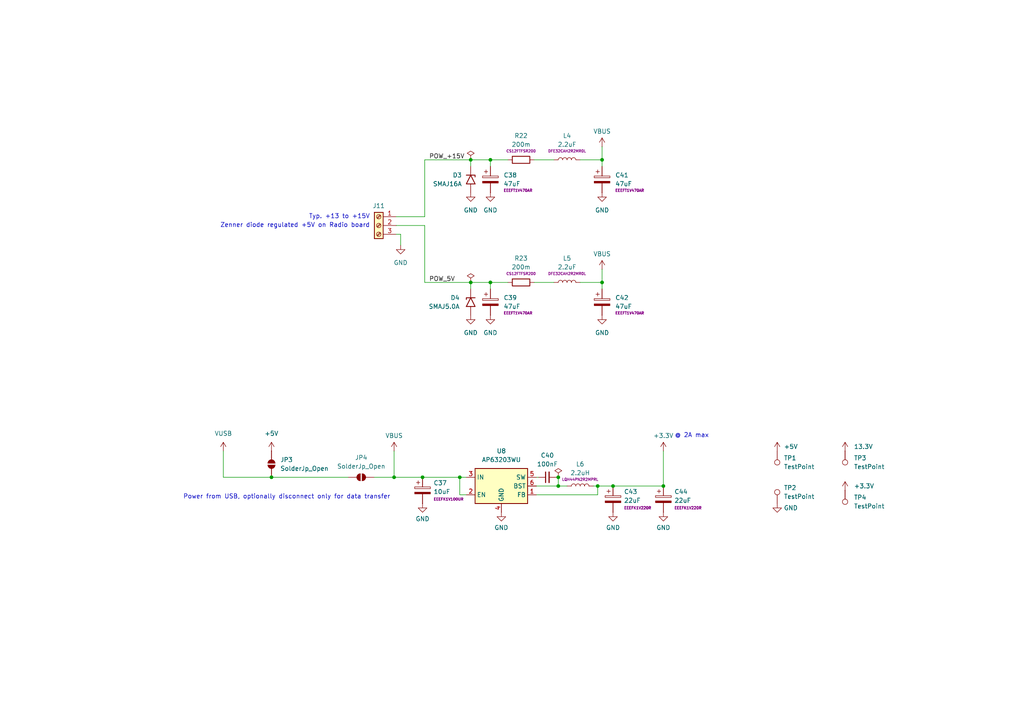
<source format=kicad_sch>
(kicad_sch (version 20250114) (generator "eeschema") (generator_version "9.0")
  (paper "A4")
  (title_block (title "Tesla sextant BT") (date "2025-11-30") (rev "2.1"))
  (lib_symbols
    (symbol "Connector:Screw_Terminal_01x03" (pin_names (offset 1.016) (hide yes))
      (property "Reference" "J" (at 0 5.08 0))
      (property "Value" "Screw_Terminal_01x03" (at 0 -5.08 0))
      (symbol "Screw_Terminal_01x03_1_1"
        (rectangle (start -1.27 3.81) (end 1.27 -3.81) (stroke (width 0.254)) (fill (type background)))
        (polyline (pts (xy -0.5334 2.8702) (xy 0.3302 2.032)) (stroke (width 0.1524)))
        (polyline (pts (xy -0.5334 0.3302) (xy 0.3302 -0.508)) (stroke (width 0.1524)))
        (polyline (pts (xy -0.5334 -2.2098) (xy 0.3302 -3.048)) (stroke (width 0.1524)))
        (polyline (pts (xy -0.3556 3.048) (xy 0.508 2.2098)) (stroke (width 0.1524)))
        (polyline (pts (xy -0.3556 0.508) (xy 0.508 -0.3302)) (stroke (width 0.1524)))
        (polyline (pts (xy -0.3556 -2.032) (xy 0.508 -2.8702)) (stroke (width 0.1524)))
        (circle (center 0 2.54) (radius 0.635) (stroke (width 0.1524)))
        (circle (center 0 0) (radius 0.635) (stroke (width 0.1524)))
        (circle (center 0 -2.54) (radius 0.635) (stroke (width 0.1524)))
        (pin passive line (at -5.08 2.54 0) (length 3.81) (name "Pin_1") (number "1"))
        (pin passive line (at -5.08 0 0) (length 3.81) (name "Pin_2") (number "2"))
        (pin passive line (at -5.08 -2.54 0) (length 3.81) (name "Pin_3") (number "3"))
      )
    )
    (symbol "Connector:TestPoint" (pin_numbers (hide yes)) (pin_names (offset 0.762) (hide yes))
      (property "Reference" "TP" (at 0 6.858 0))
      (property "Value" "TestPoint" (at 0 5.08 0))
      (symbol "TestPoint_0_1"
        (circle (center 0 3.302) (radius 0.762))
      )
      (symbol "TestPoint_1_1"
        (pin passive line (at 0 0 90) (length 2.54) (name "1") (number "1"))
      )
    )
    (symbol "Device:C_Polarized" (pin_numbers (hide yes)) (pin_names (offset 0.254))
      (property "Reference" "C" (at 0.635 2.54 0))
      (property "Value" "C_Polarized" (at 0.635 -2.54 0))
      (symbol "C_Polarized_0_1"
        (rectangle (start -2.286 0.508) (end 2.286 1.016))
        (polyline (pts (xy -1.778 2.286) (xy -0.762 2.286)))
        (polyline (pts (xy -1.27 2.794) (xy -1.27 1.778)))
        (rectangle (start 2.286 -0.508) (end -2.286 -1.016) (fill (type outline)))
      )
      (symbol "C_Polarized_1_1"
        (pin passive line (at 0 3.81 270) (length 2.794) (name "~") (number "1"))
        (pin passive line (at 0 -3.81 90) (length 2.794) (name "~") (number "2"))
      )
    )
    (symbol "Device:C_Small" (pin_numbers (hide yes)) (pin_names (offset 0.254) (hide yes))
      (property "Reference" "C" (at 0.254 1.778 0))
      (property "Value" "C_Small" (at 0.254 -2.032 0))
      (symbol "C_Small_0_1"
        (polyline (pts (xy -1.524 0.508) (xy 1.524 0.508)) (stroke (width 0.3048)))
        (polyline (pts (xy -1.524 -0.508) (xy 1.524 -0.508)) (stroke (width 0.3302)))
      )
      (symbol "C_Small_1_1"
        (pin passive line (at 0 2.54 270) (length 2.032) (name "~") (number "1"))
        (pin passive line (at 0 -2.54 90) (length 2.032) (name "~") (number "2"))
      )
    )
    (symbol "Device:L" (pin_numbers (hide yes)) (pin_names (offset 1.016) (hide yes))
      (property "Reference" "L" (at -1.27 0 90))
      (property "Value" "L" (at 1.905 0 90))
      (symbol "L_0_1"
        (arc (start 0 2.54) (mid 0.6323 1.905) (end 0 1.27))
        (arc (start 0 1.27) (mid 0.6323 0.635) (end 0 0))
        (arc (start 0 0) (mid 0.6323 -0.635) (end 0 -1.27))
        (arc (start 0 -1.27) (mid 0.6323 -1.905) (end 0 -2.54))
      )
      (symbol "L_1_1"
        (pin passive line (at 0 3.81 270) (length 1.27) (name "1") (number "1"))
        (pin passive line (at 0 -3.81 90) (length 1.27) (name "2") (number "2"))
      )
    )
    (symbol "Device:R" (pin_numbers (hide yes)) (pin_names (offset 0))
      (property "Reference" "R" (at 2.032 0 90))
      (property "Value" "R" (at 0 0 90))
      (symbol "R_0_1"
        (rectangle (start -1.016 -2.54) (end 1.016 2.54) (stroke (width 0.254)))
      )
      (symbol "R_1_1"
        (pin passive line (at 0 3.81 270) (length 1.27) (name "~") (number "1"))
        (pin passive line (at 0 -3.81 90) (length 1.27) (name "~") (number "2"))
      )
    )
    (symbol "Diode:SMAJ16A" (pin_numbers (hide yes)) (pin_names (offset 1.016) (hide yes))
      (property "Reference" "D" (at 0 2.54 0))
      (property "Value" "SMAJ16A" (at 0 -2.54 0))
      (symbol "SMAJ16A_0_1"
        (polyline (pts (xy -0.762 1.27) (xy -1.27 1.27) (xy -1.27 -1.27)) (stroke (width 0.254)))
        (polyline (pts (xy 1.27 1.27) (xy 1.27 -1.27) (xy -1.27 0) (xy 1.27 1.27)) (stroke (width 0.254)))
      )
      (symbol "SMAJ16A_1_1"
        (pin passive line (at -3.81 0 0) (length 2.54) (name "A1") (number "1"))
        (pin passive line (at 3.81 0 180) (length 2.54) (name "A2") (number "2"))
      )
    )
    (symbol "Diode:SMAJ5.0A" (pin_numbers (hide yes)) (pin_names (offset 1.016) (hide yes))
      (property "Reference" "D" (at 0 2.54 0))
      (property "Value" "SMAJ5.0A" (at 0 -2.54 0))
      (symbol "SMAJ5.0A_0_1"
        (polyline (pts (xy -0.762 1.27) (xy -1.27 1.27) (xy -1.27 -1.27)) (stroke (width 0.254)))
        (polyline (pts (xy 1.27 1.27) (xy 1.27 -1.27) (xy -1.27 0) (xy 1.27 1.27)) (stroke (width 0.254)))
      )
      (symbol "SMAJ5.0A_1_1"
        (pin passive line (at -3.81 0 0) (length 2.54) (name "A1") (number "1"))
        (pin passive line (at 3.81 0 180) (length 2.54) (name "A2") (number "2"))
      )
    )
    (symbol "Jumper:SolderJumper_2_Open" (pin_numbers (hide yes)) (pin_names (offset 0) (hide yes)) (in_bom no)
      (property "Reference" "JP" (at 0 2.032 0))
      (property "Value" "SolderJumper_2_Open" (at 0 -2.54 0))
      (symbol "SolderJumper_2_Open_0_1"
        (polyline (pts (xy -0.254 1.016) (xy -0.254 -1.016)))
        (arc (start -0.254 -1.016) (mid -1.2656 0) (end -0.254 1.016))
        (arc (start -0.254 -1.016) (mid -1.2656 0) (end -0.254 1.016) (fill (type outline)))
        (arc (start 0.254 1.016) (mid 1.2656 0) (end 0.254 -1.016))
        (arc (start 0.254 1.016) (mid 1.2656 0) (end 0.254 -1.016) (fill (type outline)))
        (polyline (pts (xy 0.254 1.016) (xy 0.254 -1.016)))
      )
      (symbol "SolderJumper_2_Open_1_1"
        (pin passive line (at -3.81 0 0) (length 2.54) (name "A") (number "1"))
        (pin passive line (at 3.81 0 180) (length 2.54) (name "B") (number "2"))
      )
    )
    (symbol "Regulator_Switching:AP63203WU"
      (property "Reference" "U" (at -7.62 6.35 0))
      (property "Value" "AP63203WU" (at 2.54 6.35 0))
      (symbol "AP63203WU_0_1"
        (rectangle (start -7.62 5.08) (end 7.62 -5.08) (stroke (width 0.254)) (fill (type background)))
      )
      (symbol "AP63203WU_1_1"
        (pin power_in line (at -10.16 2.54 0) (length 2.54) (name "IN") (number "3"))
        (pin input line (at -10.16 -2.54 0) (length 2.54) (name "EN") (number "2"))
        (pin power_in line (at 0 -7.62 90) (length 2.54) (name "GND") (number "4"))
        (pin output line (at 10.16 2.54 180) (length 2.54) (name "SW") (number "5"))
        (pin passive line (at 10.16 0 180) (length 2.54) (name "BST") (number "6"))
        (pin input line (at 10.16 -2.54 180) (length 2.54) (name "FB") (number "1"))
      )
    )
    (symbol "power:+3.3V" (power) (pin_numbers (hide yes)) (pin_names (offset 0) (hide yes))
      (property "Value" "+3.3V" (at 0 3.556 0))
      (symbol "+3.3V_0_1"
        (polyline (pts (xy -0.762 1.27) (xy 0 2.54)))
        (polyline (pts (xy 0 2.54) (xy 0.762 1.27)))
        (polyline (pts (xy 0 0) (xy 0 2.54)))
      )
      (symbol "+3.3V_1_1"
        (pin power_in line (at 0 0 90) (length 0) (name "~") (number "1"))
      )
    )
    (symbol "power:+5V" (power) (pin_numbers (hide yes)) (pin_names (offset 0) (hide yes))
      (property "Value" "+5V" (at 0 3.556 0))
      (symbol "+5V_0_1"
        (polyline (pts (xy -0.762 1.27) (xy 0 2.54)))
        (polyline (pts (xy 0 2.54) (xy 0.762 1.27)))
        (polyline (pts (xy 0 0) (xy 0 2.54)))
      )
      (symbol "+5V_1_1"
        (pin power_in line (at 0 0 90) (length 0) (name "~") (number "1"))
      )
    )
    (symbol "power:GND" (power) (pin_numbers (hide yes)) (pin_names (offset 0) (hide yes))
      (property "Value" "GND" (at 0 -3.81 0))
      (symbol "GND_0_1"
        (polyline (pts (xy 0 0) (xy 0 -1.27) (xy 1.27 -1.27) (xy 0 -2.54) (xy -1.27 -1.27) (xy 0 -1.27)))
      )
      (symbol "GND_1_1"
        (pin power_in line (at 0 0 270) (length 0) (name "~") (number "1"))
      )
    )
    (symbol "power:PWR_FLAG" (power) (pin_numbers (hide yes)) (pin_names (offset 0) (hide yes))
      (property "Value" "PWR_FLAG" (at 0 3.81 0))
      (symbol "PWR_FLAG_0_0"
        (pin power_out line (at 0 0 90) (length 0) (name "~") (number "1"))
      )
      (symbol "PWR_FLAG_0_1"
        (polyline (pts (xy 0 0) (xy 0 1.27) (xy -1.016 1.905) (xy 0 2.54) (xy 1.016 1.905) (xy 0 1.27)))
      )
    )
    (symbol "power:VBUS" (power) (pin_numbers (hide yes)) (pin_names (offset 0) (hide yes))
      (property "Value" "VBUS" (at 0 3.556 0))
      (symbol "VBUS_0_1"
        (polyline (pts (xy -0.762 1.27) (xy 0 2.54)))
        (polyline (pts (xy 0 2.54) (xy 0.762 1.27)))
        (polyline (pts (xy 0 0) (xy 0 2.54)))
      )
      (symbol "VBUS_1_1"
        (pin power_in line (at 0 0 90) (length 0) (name "~") (number "1"))
      )
    )
    (symbol "power:VCC" (power) (pin_numbers (hide yes)) (pin_names (offset 0) (hide yes))
      (property "Value" "VCC" (at 0 3.556 0))
      (symbol "VCC_0_1"
        (polyline (pts (xy -0.762 1.27) (xy 0 2.54)))
        (polyline (pts (xy 0 2.54) (xy 0.762 1.27)))
        (polyline (pts (xy 0 0) (xy 0 2.54)))
      )
      (symbol "VCC_1_1"
        (pin power_in line (at 0 0 90) (length 0) (name "~") (number "1"))
      )
    )
  )
  (text "@ 2A max" (at 200.66 126.365 0) (effects (font (size 1.27 1.27))))
  (text "Zenner diode regulated +5V on Radio board" (at 107.315 65.405 0) (effects (font (size 1.27 1.27) (thickness 0.1588)) (justify right)))
  (text "Power from USB, optionally disconnect only for data transfer" (at 83.185 144.145 0) (effects (font (size 1.27 1.27))))
  (text "Typ. +13 to +15V" (at 107.315 62.865 0) (effects (font (size 1.27 1.27)) (justify right)))
  (junction (at 78.74 138.43))
  (junction (at 161.925 138.43))
  (junction (at 173.355 140.97))
  (junction (at 174.625 81.915))
  (junction (at 122.555 138.43))
  (junction (at 174.625 46.355))
  (junction (at 136.525 81.915))
  (junction (at 114.3 138.43))
  (junction (at 192.405 140.97))
  (junction (at 136.525 46.355))
  (junction (at 142.24 46.355))
  (junction (at 161.925 140.97))
  (junction (at 177.8 140.97))
  (junction (at 142.24 81.915))
  (junction (at 133.35 138.43))
  (wire (pts (xy 123.19 65.405) (xy 123.19 81.915)))
  (wire (pts (xy 136.525 48.26) (xy 136.525 46.355)))
  (wire (pts (xy 64.77 138.43) (xy 78.74 138.43)))
  (wire (pts (xy 135.255 143.51) (xy 133.35 143.51)))
  (wire (pts (xy 142.24 46.355) (xy 147.32 46.355)))
  (wire (pts (xy 133.35 138.43) (xy 135.255 138.43)))
  (wire (pts (xy 114.935 65.405) (xy 123.19 65.405)))
  (wire (pts (xy 156.21 138.43) (xy 155.575 138.43)))
  (wire (pts (xy 168.275 81.915) (xy 174.625 81.915)))
  (wire (pts (xy 161.925 138.43) (xy 161.925 140.97)))
  (wire (pts (xy 114.3 130.81) (xy 114.3 138.43)))
  (wire (pts (xy 174.625 83.82) (xy 174.625 81.915)))
  (wire (pts (xy 174.625 78.105) (xy 174.625 81.915)))
  (wire (pts (xy 161.29 138.43) (xy 161.925 138.43)))
  (wire (pts (xy 168.275 46.355) (xy 174.625 46.355)))
  (wire (pts (xy 123.19 81.915) (xy 136.525 81.915)))
  (wire (pts (xy 154.94 46.355) (xy 160.655 46.355)))
  (wire (pts (xy 192.405 130.81) (xy 192.405 140.97)))
  (wire (pts (xy 136.525 46.355) (xy 142.24 46.355)))
  (wire (pts (xy 142.24 83.82) (xy 142.24 81.915)))
  (wire (pts (xy 172.085 140.97) (xy 173.355 140.97)))
  (wire (pts (xy 123.19 62.865) (xy 123.19 46.355)))
  (wire (pts (xy 173.355 143.51) (xy 155.575 143.51)))
  (wire (pts (xy 142.24 48.26) (xy 142.24 46.355)))
  (wire (pts (xy 173.355 140.97) (xy 177.8 140.97)))
  (wire (pts (xy 154.94 81.915) (xy 160.655 81.915)))
  (wire (pts (xy 136.525 81.915) (xy 142.24 81.915)))
  (wire (pts (xy 78.74 138.43) (xy 100.965 138.43)))
  (wire (pts (xy 133.35 143.51) (xy 133.35 138.43)))
  (wire (pts (xy 177.8 140.97) (xy 192.405 140.97)))
  (wire (pts (xy 64.77 130.81) (xy 64.77 138.43)))
  (wire (pts (xy 174.625 42.545) (xy 174.625 46.355)))
  (wire (pts (xy 122.555 138.43) (xy 133.35 138.43)))
  (wire (pts (xy 123.19 46.355) (xy 136.525 46.355)))
  (wire (pts (xy 116.205 67.945) (xy 116.205 71.12)))
  (wire (pts (xy 108.585 138.43) (xy 114.3 138.43)))
  (wire (pts (xy 114.3 138.43) (xy 122.555 138.43)))
  (wire (pts (xy 174.625 48.26) (xy 174.625 46.355)))
  (wire (pts (xy 142.24 81.915) (xy 147.32 81.915)))
  (wire (pts (xy 136.525 83.82) (xy 136.525 81.915)))
  (wire (pts (xy 114.935 62.865) (xy 123.19 62.865)))
  (wire (pts (xy 164.465 140.97) (xy 161.925 140.97)))
  (wire (pts (xy 116.205 67.945) (xy 114.935 67.945)))
  (wire (pts (xy 155.575 140.97) (xy 161.925 140.97)))
  (wire (pts (xy 173.355 140.97) (xy 173.355 143.51)))
  (label "POW_5V" (at 124.46 81.915 0))
  (label "POW_+15V" (at 124.46 46.355 0))
  (symbol (lib_id "power:+3.3V") (at 245.11 142.24 0) (unit 1)
    (property "Reference" "#PWR?" (effects (hide yes)))
    (property "Value" "+3.3V" (at 247.65 140.9699 0) (effects (justify left)))
    (property "Description" "Power symbol creates a global label with name \"+3.3V\"" (effects (hide yes)))
  )
  (symbol (lib_id "Jumper:SolderJumper_2_Open") (at 78.74 134.62 90) (unit 1) (in_bom no)
    (property "Reference" "JP3" (at 81.28 133.3499 90) (effects (justify right)))
    (property "Value" "SolderJp_Open" (at 81.28 135.8899 90) (effects (justify right)))
    (property "Description" "Solder Jumper, 2-pole, open" (effects (hide yes)))
  )
  (symbol (lib_id "power:GND") (at 142.24 91.44 0) (unit 1)
    (property "Reference" "#PWR?" (effects (hide yes)))
    (property "Value" "GND" (at 142.24 96.52 0))
    (property "Description" "Power symbol creates a global label with name \"GND\" , ground" (effects (hide yes)))
  )
  (symbol (lib_id "Diode:SMAJ5.0A") (at 136.525 87.63 90) (mirror x) (unit 1)
    (property "Reference" "D4" (at 133.35 86.36 90) (effects (justify left)))
    (property "Value" "SMAJ5.0A" (at 133.35 88.9 90) (effects (justify left)))
    (property "Footprint" "Diode_SMD:D_SMA" (effects (hide yes)))
    (property "Datasheet" "https://www.littelfuse.com/media?resourcetype=datasheets&itemid=75e32973-b177-4ee3-a0ff-cedaf1abdb93&filename=smaj-datasheet" (effects (hide yes)))
    (property "Description" "400W unidirectional Transient Voltage Suppressor, 5.0Vr, SMA(DO-214AC)" (effects (hide yes)))
  )
  (symbol (lib_id "power:GND") (at 136.525 91.44 0) (unit 1)
    (property "Reference" "#PWR?" (effects (hide yes)))
    (property "Value" "GND" (at 136.525 96.52 0))
    (property "Description" "Power symbol creates a global label with name \"GND\" , ground" (effects (hide yes)))
  )
  (symbol (lib_id "Regulator_Switching:AP63203WU") (at 145.415 140.97 0) (unit 1)
    (property "Reference" "U8" (at 145.415 130.81 0))
    (property "Value" "AP63203WU" (at 145.415 133.35 0))
    (property "Footprint" "Package_TO_SOT_SMD:TSOT-23-6" (effects (hide yes)))
    (property "Datasheet" "https://www.diodes.com/assets/Datasheets/AP63200-AP63201-AP63203-AP63205.pdf" (effects (hide yes)))
    (property "Description" "2A, 1.1MHz Buck DC/DC Converter, fixed 3.3V output voltage, TSOT-23-6" (effects (hide yes)))
  )
  (symbol (lib_id "power:PWR_FLAG") (at 136.525 81.915 0) (unit 1) (in_bom no) (on_board no)
    (property "Reference" "#FLG?" (effects (hide yes)))
    (property "Value" "PWR_FLAG" (effects (hide yes)))
    (property "Description" "Special symbol for telling ERC where power comes from" (effects (hide yes)))
  )
  (symbol (lib_id "Device:C_Polarized") (at 142.24 52.07 0) (unit 1)
    (property "Reference" "C38" (at 146.05 50.8 0) (effects (justify left)))
    (property "Value" "47uF" (at 146.05 53.34 0) (effects (justify left)))
    (property "Datasheet" "https://www.tme.eu/Document/a44d10f2a89da28200416d93e14ba6c2/ABA0000C1240.pdf" (effects (hide yes)))
    (property "Description" "Polarized capacitor" (effects (hide yes)))
    (property "Part_num" "EEEFT1V470AR" (at 146.05 55.245 0) (effects (font (size 0.762 0.762)) (justify left)))
  )
  (symbol (lib_id "Connector:TestPoint") (at 225.425 130.81 180) (unit 1)
    (property "Reference" "TP1" (at 227.33 132.8419 0) (effects (justify right)))
    (property "Value" "TestPoint" (at 227.33 135.3819 0) (effects (justify right)))
    (property "Description" "test point" (effects (hide yes)))
  )
  (symbol (lib_id "Device:C_Polarized") (at 122.555 142.24 0) (unit 1)
    (property "Reference" "C37" (at 125.73 140.0809 0) (effects (justify left)))
    (property "Value" "10uF" (at 125.73 142.6209 0) (effects (justify left)))
    (property "Description" "Polarized capacitor" (effects (hide yes)))
    (property "Part_num" "EEEFK1V100UR" (at 125.73 144.78 0) (effects (font (size 0.762 0.762)) (justify left)))
  )
  (symbol (lib_id "Diode:SMAJ16A") (at 136.525 52.07 270) (unit 1)
    (property "Reference" "D3" (at 133.985 50.8 90) (effects (justify right)))
    (property "Value" "SMAJ16A" (at 133.985 53.34 90) (effects (justify right)))
    (property "Footprint" "Diode_SMD:D_SMA" (effects (hide yes)))
    (property "Datasheet" "https://www.littelfuse.com/media?resourcetype=datasheets&itemid=75e32973-b177-4ee3-a0ff-cedaf1abdb93&filename=smaj-datasheet" (effects (hide yes)))
    (property "Description" "400W unidirectional Transient Voltage Suppressor, 16.0Vr, SMA(DO-214AC)" (effects (hide yes)))
  )
  (symbol (lib_id "power:GND") (at 145.415 148.59 0) (unit 1)
    (property "Reference" "#PWR?" (effects (hide yes)))
    (property "Value" "GND" (at 145.415 153.035 0))
    (property "Description" "Power symbol creates a global label with name \"GND\" , ground" (effects (hide yes)))
  )
  (symbol (lib_id "power:+3.3V") (at 192.405 130.81 0) (unit 1)
    (property "Reference" "#PWR?" (effects (hide yes)))
    (property "Value" "+3.3V" (at 192.405 126.365 0))
    (property "Description" "Power symbol creates a global label with name \"+3.3V\"" (effects (hide yes)))
  )
  (symbol (lib_id "power:GND") (at 122.555 146.05 0) (unit 1)
    (property "Reference" "#PWR?" (effects (hide yes)))
    (property "Value" "GND" (at 122.555 150.495 0))
    (property "Description" "Power symbol creates a global label with name \"GND\" , ground" (effects (hide yes)))
  )
  (symbol (lib_id "power:VCC") (at 245.11 130.81 0) (unit 1)
    (property "Reference" "#PWR?" (effects (hide yes)))
    (property "Value" "13.3V" (at 247.65 129.5399 0) (effects (justify left)))
    (property "Description" "Power symbol creates a global label with name \"VCC\"" (effects (hide yes)))
  )
  (symbol (lib_id "Device:C_Polarized") (at 142.24 87.63 0) (unit 1)
    (property "Reference" "C39" (at 146.05 86.36 0) (effects (justify left)))
    (property "Value" "47uF" (at 146.05 88.9 0) (effects (justify left)))
    (property "Datasheet" "https://www.tme.eu/Document/a44d10f2a89da28200416d93e14ba6c2/ABA0000C1240.pdf" (effects (hide yes)))
    (property "Description" "Polarized capacitor" (effects (hide yes)))
    (property "Part_num" "EEEFT1V470AR" (at 146.05 90.805 0) (effects (font (size 0.762 0.762)) (justify left)))
  )
  (symbol (lib_id "Device:C_Polarized") (at 192.405 144.78 0) (unit 1)
    (property "Reference" "C44" (at 195.58 142.6209 0) (effects (justify left)))
    (property "Value" "22uF" (at 195.58 145.1609 0) (effects (justify left)))
    (property "Datasheet" "https://www.tme.eu/Document/4332e16543451e065f9b478fe48693d2/ABA0000C1181.pdf" (effects (hide yes)))
    (property "Description" "Polarized capacitor" (effects (hide yes)))
    (property "Part_num" "EEEFK1V220R" (at 195.58 147.32 0) (effects (font (size 0.762 0.762)) (justify left)))
  )
  (symbol (lib_id "power:GND") (at 192.405 148.59 0) (unit 1)
    (property "Reference" "#PWR?" (effects (hide yes)))
    (property "Value" "GND" (at 192.405 153.035 0))
    (property "Description" "Power symbol creates a global label with name \"GND\" , ground" (effects (hide yes)))
  )
  (symbol (lib_id "Connector:TestPoint") (at 225.425 146.05 0) (unit 1)
    (property "Reference" "TP2" (at 227.33 141.4779 0) (effects (justify left)))
    (property "Value" "TestPoint" (at 227.33 144.0179 0) (effects (justify left)))
    (property "Description" "test point" (effects (hide yes)))
  )
  (symbol (lib_id "power:+5V") (at 78.74 130.81 0) (unit 1)
    (property "Reference" "#PWR?" (effects (hide yes)))
    (property "Value" "+5V" (at 78.74 125.73 0))
    (property "Description" "Power symbol creates a global label with name \"+5V\"" (effects (hide yes)))
  )
  (symbol (lib_id "Device:C_Polarized") (at 177.8 144.78 0) (unit 1)
    (property "Reference" "C43" (at 180.975 142.6209 0) (effects (justify left)))
    (property "Value" "22uF" (at 180.975 145.1609 0) (effects (justify left)))
    (property "Datasheet" "https://www.tme.eu/Document/4332e16543451e065f9b478fe48693d2/ABA0000C1181.pdf" (effects (hide yes)))
    (property "Description" "Polarized capacitor" (effects (hide yes)))
    (property "Part_num" "EEEFK1V220R" (at 180.975 147.32 0) (effects (font (size 0.762 0.762)) (justify left)))
  )
  (symbol (lib_id "power:PWR_FLAG") (at 161.925 138.43 0) (unit 1)
    (property "Reference" "#FLG?" (effects (hide yes)))
    (property "Value" "PWR_FLAG" (effects (hide yes)))
    (property "Description" "Special symbol for telling ERC where power comes from" (effects (hide yes)))
  )
  (symbol (lib_id "power:GND") (at 116.205 71.12 0) (unit 1)
    (property "Reference" "#PWR?" (effects (hide yes)))
    (property "Value" "GND" (at 116.205 76.2 0))
    (property "Description" "Power symbol creates a global label with name \"GND\" , ground" (effects (hide yes)))
  )
  (symbol (lib_id "Connector:TestPoint") (at 245.11 130.81 180) (unit 1)
    (property "Reference" "TP3" (at 247.65 132.8419 0) (effects (justify right)))
    (property "Value" "TestPoint" (at 247.65 135.3819 0) (effects (justify right)))
    (property "Description" "test point" (effects (hide yes)))
  )
  (symbol (lib_id "power:GND") (at 174.625 55.88 0) (unit 1)
    (property "Reference" "#PWR?" (effects (hide yes)))
    (property "Value" "GND" (at 174.625 60.96 0))
    (property "Description" "Power symbol creates a global label with name \"GND\" , ground" (effects (hide yes)))
  )
  (symbol (lib_id "Device:C_Polarized") (at 174.625 87.63 0) (unit 1)
    (property "Reference" "C42" (at 178.435 86.36 0) (effects (justify left)))
    (property "Value" "47uF" (at 178.435 88.9 0) (effects (justify left)))
    (property "Datasheet" "https://www.tme.eu/Document/a44d10f2a89da28200416d93e14ba6c2/ABA0000C1240.pdf" (effects (hide yes)))
    (property "Description" "Polarized capacitor" (effects (hide yes)))
    (property "Part_num" "EEEFT1V470AR" (at 178.435 90.805 0) (effects (font (size 0.762 0.762)) (justify left)))
  )
  (symbol (lib_id "Device:C_Polarized") (at 174.625 52.07 0) (unit 1)
    (property "Reference" "C41" (at 178.435 50.8 0) (effects (justify left)))
    (property "Value" "47uF" (at 178.435 53.34 0) (effects (justify left)))
    (property "Datasheet" "https://www.tme.eu/Document/a44d10f2a89da28200416d93e14ba6c2/ABA0000C1240.pdf" (effects (hide yes)))
    (property "Description" "Polarized capacitor" (effects (hide yes)))
    (property "Part_num" "EEEFT1V470AR" (at 178.435 55.245 0) (effects (font (size 0.762 0.762)) (justify left)))
  )
  (symbol (lib_id "power:PWR_FLAG") (at 136.525 46.355 0) (unit 1)
    (property "Reference" "#FLG?" (effects (hide yes)))
    (property "Value" "PWR_FLAG" (effects (hide yes)))
    (property "Description" "Special symbol for telling ERC where power comes from" (effects (hide yes)))
  )
  (symbol (lib_id "power:VBUS") (at 64.77 130.81 0) (unit 1)
    (property "Reference" "#PWR?" (effects (hide yes)))
    (property "Value" "VUSB" (at 64.77 125.73 0))
    (property "Description" "Power symbol creates a global label with name \"VBUS\"" (effects (hide yes)))
  )
  (symbol (lib_id "power:GND") (at 174.625 91.44 0) (unit 1)
    (property "Reference" "#PWR?" (effects (hide yes)))
    (property "Value" "GND" (at 174.625 96.52 0))
    (property "Description" "Power symbol creates a global label with name \"GND\" , ground" (effects (hide yes)))
  )
  (symbol (lib_id "power:VBUS") (at 174.625 42.545 0) (unit 1)
    (property "Reference" "#PWR?" (effects (hide yes)))
    (property "Value" "VBUS" (at 174.625 38.1 0))
    (property "Description" "Power symbol creates a global label with name \"VBUS\"" (effects (hide yes)))
  )
  (symbol (lib_id "Device:L") (at 168.275 140.97 90) (unit 1)
    (property "Reference" "L6" (at 168.275 134.62 90))
    (property "Value" "2.2uH" (at 168.275 137.16 90))
    (property "Description" "Inductor" (effects (hide yes)))
    (property "Part_num" "LQH44PN2R2MPRL" (at 168.275 139.065 90) (effects (font (size 0.762 0.762))))
  )
  (symbol (lib_id "power:GND") (at 225.425 146.05 0) (unit 1)
    (property "Reference" "#PWR?" (effects (hide yes)))
    (property "Value" "GND" (at 227.33 147.3199 0) (effects (justify left)))
    (property "Description" "Power symbol creates a global label with name \"GND\" , ground" (effects (hide yes)))
  )
  (symbol (lib_id "Jumper:SolderJumper_2_Open") (at 104.775 138.43 0) (unit 1) (in_bom no)
    (property "Reference" "JP4" (at 104.775 132.715 0))
    (property "Value" "SolderJp_Open" (at 104.775 135.255 0))
    (property "Description" "Solder Jumper, 2-pole, open" (effects (hide yes)))
  )
  (symbol (lib_id "power:GND") (at 142.24 55.88 0) (unit 1)
    (property "Reference" "#PWR?" (effects (hide yes)))
    (property "Value" "GND" (at 142.24 60.96 0))
    (property "Description" "Power symbol creates a global label with name \"GND\" , ground" (effects (hide yes)))
  )
  (symbol (lib_id "power:+5V") (at 225.425 130.81 0) (unit 1)
    (property "Reference" "#PWR?" (effects (hide yes)))
    (property "Value" "+5V" (at 227.33 129.5399 0) (effects (justify left)))
    (property "Description" "Power symbol creates a global label with name \"+5V\"" (effects (hide yes)))
  )
  (symbol (lib_id "Connector:TestPoint") (at 245.11 142.24 180) (unit 1)
    (property "Reference" "TP4" (at 247.65 144.2719 0) (effects (justify right)))
    (property "Value" "TestPoint" (at 247.65 146.8119 0) (effects (justify right)))
    (property "Description" "test point" (effects (hide yes)))
  )
  (symbol (lib_id "Connector:Screw_Terminal_01x03") (at 109.855 65.405 0) (mirror y) (unit 1)
    (property "Reference" "J11" (at 109.855 59.69 0))
    (property "Value" "Screw_Terminal_01x03" (effects (hide yes)))
    (property "Description" "Generic screw terminal, single row, 01x03, script generated (kicad-library-utils/schlib/autogen/connector/)" (effects (hide yes)))
  )
  (symbol (lib_id "power:GND") (at 136.525 55.88 0) (unit 1)
    (property "Reference" "#PWR?" (effects (hide yes)))
    (property "Value" "GND" (at 136.525 60.96 0))
    (property "Description" "Power symbol creates a global label with name \"GND\" , ground" (effects (hide yes)))
  )
  (symbol (lib_id "power:VBUS") (at 114.3 130.81 0) (unit 1)
    (property "Reference" "#PWR?" (effects (hide yes)))
    (property "Value" "VBUS" (at 114.3 126.365 0))
    (property "Description" "Power symbol creates a global label with name \"VBUS\"" (effects (hide yes)))
  )
  (symbol (lib_id "Device:R") (at 151.13 46.355 90) (unit 1)
    (property "Reference" "R22" (at 151.13 39.37 90))
    (property "Value" "200m" (at 151.13 41.91 90))
    (property "Footprint" "Resistor_SMD:R_2512_6332Metric" (effects (hide yes)))
    (property "Datasheet" "https://www.tme.eu/Document/a812535aec0aa18fd47b9a8fc0cc2be6/CS+REV.D3-160715.pdf" (effects (hide yes)))
    (property "Description" "Resistor" (effects (hide yes)))
    (property "Part_num" "CS12FTFSR200" (at 151.13 43.815 90) (effects (font (size 0.762 0.762))))
  )
  (symbol (lib_id "Device:L") (at 164.465 81.915 90) (unit 1)
    (property "Reference" "L5" (at 164.465 74.93 90))
    (property "Value" "2.2uF" (at 164.465 77.47 90))
    (property "Description" "Inductor" (effects (hide yes)))
    (property "Part_num" "DFE32CAH2R2MR0L" (at 164.465 79.375 90) (effects (font (size 0.762 0.762))))
  )
  (symbol (lib_id "Device:L") (at 164.465 46.355 90) (unit 1)
    (property "Reference" "L4" (at 164.465 39.37 90))
    (property "Value" "2.2uF" (at 164.465 41.91 90))
    (property "Description" "Inductor" (effects (hide yes)))
    (property "Part_num" "DFE32CAH2R2MR0L" (at 164.465 43.815 90) (effects (font (size 0.762 0.762))))
  )
  (symbol (lib_id "Device:C_Small") (at 158.75 138.43 90) (unit 1)
    (property "Reference" "C40" (at 158.7563 132.08 90))
    (property "Value" "100nF" (at 158.7563 134.62 90))
    (property "Description" "Unpolarized capacitor, small symbol" (effects (hide yes)))
  )
  (symbol (lib_id "power:VBUS") (at 174.625 78.105 0) (unit 1)
    (property "Reference" "#PWR?" (effects (hide yes)))
    (property "Value" "VBUS" (at 174.625 73.66 0))
    (property "Description" "Power symbol creates a global label with name \"VBUS\"" (effects (hide yes)))
  )
  (symbol (lib_id "power:GND") (at 177.8 148.59 0) (unit 1)
    (property "Reference" "#PWR?" (effects (hide yes)))
    (property "Value" "GND" (at 177.8 153.035 0))
    (property "Description" "Power symbol creates a global label with name \"GND\" , ground" (effects (hide yes)))
  )
  (symbol (lib_id "Device:R") (at 151.13 81.915 90) (unit 1)
    (property "Reference" "R23" (at 151.13 74.93 90))
    (property "Value" "200m" (at 151.13 77.47 90))
    (property "Footprint" "Resistor_SMD:R_2512_6332Metric" (effects (hide yes)))
    (property "Datasheet" "https://www.tme.eu/Document/a812535aec0aa18fd47b9a8fc0cc2be6/CS+REV.D3-160715.pdf" (effects (hide yes)))
    (property "Description" "Resistor" (effects (hide yes)))
    (property "Part_num" "CS12FTFSR200" (at 151.13 79.375 90) (effects (font (size 0.762 0.762))))
  )
)
</source>
